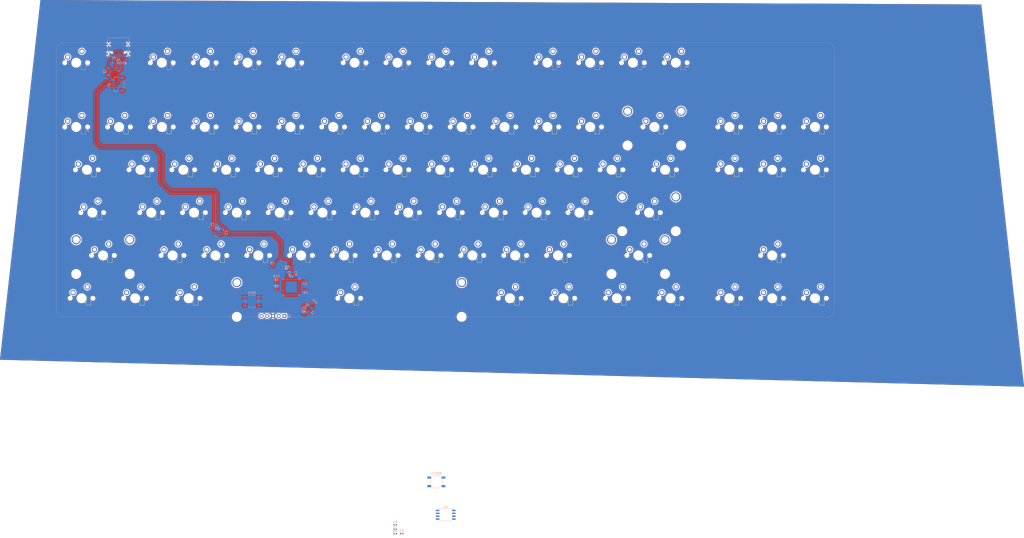
<source format=kicad_pcb>
(kicad_pcb (version 20241229) (generator "pcbnew") (generator_version "9.0")
  (layers (0 "F.Cu" signal) (2 "B.Cu" signal) (13 "F.Paste" user) (15 "B.Paste" user) (5 "F.SilkS" user "F.Silkscreen") (7 "B.SilkS" user "B.Silkscreen") (1 "F.Mask" user) (3 "B.Mask" user) (25 "Edge.Cuts" user))
  (net 0 "")
  (net 1 "GND")
  (net 2 "Net-(BOOT1-Pad2)")
  (net 3 "+5V")
  (net 4 "+3V3")
  (net 5 "+1V1")
  (net 6 "XIN")
  (net 7 "Net-(C12-Pad1)")
  (net 9 "Net-(D1-A)")
  (net 11 "Net-(D2-A)")
  (net 12 "Net-(D3-A)")
  (net 14 "Net-(D4-A)")
  (net 17 "Net-(D5-A)")
  (net 18 "Net-(D6-A)")
  (net 20 "Net-(D7-A)")
  (net 22 "Net-(D8-A)")
  (net 24 "Net-(D9-A)")
  (net 26 "Net-(D10-A)")
  (net 28 "Net-(D11-A)")
  (net 31 "Net-(D12-A)")
  (net 33 "Net-(D13-A)")
  (net 35 "Net-(D14-A)")
  (net 37 "Net-(D15-A)")
  (net 39 "Net-(D16-A)")
  (net 41 "Net-(D17-A)")
  (net 43 "Net-(D18-A)")
  (net 44 "Net-(D19-A)")
  (net 46 "Net-(D20-A)")
  (net 49 "Net-(D21-A)")
  (net 51 "Net-(D22-A)")
  (net 52 "Net-(D23-A)")
  (net 55 "Net-(D24-A)")
  (net 57 "Net-(D25-A)")
  (net 58 "Net-(D26-A)")
  (net 60 "Net-(D27-A)")
  (net 63 "Net-(D28-A)")
  (net 65 "Net-(D29-A)")
  (net 66 "Net-(D30-A)")
  (net 69 "Net-(D31-A)")
  (net 71 "Net-(D32-A)")
  (net 72 "Net-(D33-A)")
  (net 74 "Net-(D34-A)")
  (net 77 "Net-(D35-A)")
  (net 79 "Net-(D36-A)")
  (net 80 "Net-(D37-A)")
  (net 83 "Net-(D38-A)")
  (net 85 "Net-(D39-A)")
  (net 86 "Net-(D40-A)")
  (net 89 "Net-(D41-A)")
  (net 90 "Net-(D42-A)")
  (net 93 "Net-(D43-A)")
  (net 94 "Net-(D44-A)")
  (net 96 "Net-(D45-A)")
  (net 99 "Net-(D46-A)")
  (net 100 "Net-(D47-A)")
  (net 103 "Net-(D48-A)")
  (net 104 "Net-(D49-A)")
  (net 106 "Net-(D50-A)")
  (net 108 "Net-(D51-A)")
  (net 111 "Net-(D52-A)")
  (net 112 "Net-(D53-A)")
  (net 115 "Net-(D54-A)")
  (net 117 "Net-(D55-A)")
  (net 118 "Net-(D56-A)")
  (net 121 "Net-(D57-A)")
  (net 123 "Net-(D58-A)")
  (net 124 "Net-(D59-A)")
  (net 127 "Net-(D60-A)")
  (net 129 "Net-(D61-A)")
  (net 131 "Net-(D62-A)")
  (net 133 "Net-(D63-A)")
  (net 135 "Net-(D64-A)")
  (net 137 "Net-(D65-A)")
  (net 138 "Net-(D66-A)")
  (net 140 "Net-(D67-A)")
  (net 142 "Net-(D68-A)")
  (net 144 "Net-(D69-A)")
  (net 147 "Net-(D70-A)")
  (net 148 "Net-(D71-A)")
  (net 150 "Net-(D72-A)")
  (net 152 "Net-(D73-A)")
  (net 155 "Net-(D74-A)")
  (net 157 "Net-(D75-A)")
  (net 159 "Net-(D76-A)")
  (net 161 "Net-(D77-A)")
  (net 162 "Net-(D78-A)")
  (net 164 "Net-(D79-A)")
  (net 167 "Net-(D80-A)")
  (net 168 "Net-(D81-A)")
  (net 171 "Net-(D82-A)")
  (net 172 "Net-(D83-A)")
  (net 175 "Net-(D84-A)")
  (net 176 "VBUS")
  (net 178 "Net-(J1-CC1)")
  (net 179 "D-")
  (net 180 "D+")
  (net 181 "Net-(J1-CC2)")
  (net 183 "RESET")
  (net 184 "SWD")
  (net 185 "SWC")
  (net 270 "Net-(R3-Pad1)")
  (net 271 "QSEL")
  (net 272 "Net-(U3-USB_DP)")
  (net 273 "Net-(U3-USB_DM)")
  (net 274 "XOUT")
  (net 280 "Q103")
  (net 283 "QCLK")
  (net 287 "Q102")
  (net 295 "Q101")
  (net 298 "Q100")
  (footprint "PCM_marbastlib-mx:SW_MX_1u" (layer "F.Cu") (at 334.9609 111.1234)
    (property "Reference" "MX73" (hide yes))
    (property "Value" "MX_SW_solder")
  )
  (footprint "Diode_SMD:D_SOD-123" (layer "F.Cu") (at 78.57945 130.9671 90)
    (property "Reference" "D76")
    (property "Value" "D_Small")
  )
  (footprint "PCM_marbastlib-mx:SW_MX_1u" (layer "F.Cu") (at 225.4234 73.0234)
    (property "Reference" "MX41" (hide yes))
    (property "Value" "MX_SW_solder")
  )
  (footprint "PCM_marbastlib-mx:SW_MX_1u" (layer "F.Cu") (at 354.0109 130.1734)
    (property "Reference" "MX84" (hide yes))
    (property "Value" "MX_SW_solder")
  )
  (footprint "Diode_SMD:D_SOD-123" (layer "F.Cu") (at 257.1732 54.7671 90)
    (property "Reference" "D26")
    (property "Value" "D_Small")
  )
  (footprint "PCM_marbastlib-mx:SW_MX_1u" (layer "F.Cu") (at 82.5484 25.3984)
    (property "Reference" "MX3" (hide yes))
    (property "Value" "MX_SW_solder")
  )
  (footprint "PCM_marbastlib-mx:SW_MX_1u" (layer "F.Cu") (at 87.3109 111.1234)
    (property "Reference" "MX63" (hide yes))
    (property "Value" "MX_SW_solder")
  )
  (footprint "Diode_SMD:D_SOD-123" (layer "F.Cu") (at 157.1607 92.8671 90)
    (property "Reference" "D54")
    (property "Value" "D_Small")
  )
  (footprint "PCM_marbastlib-mx:SW_MX_1u" (layer "F.Cu") (at 201.6109 111.1234)
    (property "Reference" "MX69" (hide yes))
    (property "Value" "MX_SW_solder")
  )
  (footprint "Diode_SMD:D_SOD-123" (layer "F.Cu") (at 190.4982 73.8171 90)
    (property "Reference" "D39")
    (property "Value" "D_Small")
  )
  (footprint "PCM_marbastlib-mx:SW_MX_1.5u" (layer "F.Cu") (at 30.1609 73.0234)
    (property "Reference" "MX31" (hide yes))
    (property "Value" "MX_SW_solder")
  )
  (footprint "PCM_marbastlib-mx:SW_MX_1u" (layer "F.Cu") (at 120.6484 53.9734)
    (property "Reference" "MX19" (hide yes))
    (property "Value" "MX_SW_solder")
  )
  (footprint "PCM_marbastlib-mx:SW_MX_1.25u" (layer "F.Cu") (at 75.40465 130.1734)
    (property "Reference" "MX76" (hide yes))
    (property "Value" "MX_SW_solder")
  )
  (footprint "Diode_SMD:D_SOD-123" (layer "F.Cu") (at 283.36695 92.8671 90)
    (property "Reference" "D60")
    (property "Value" "D_Small")
  )
  (footprint "PCM_marbastlib-mx:SW_MX_1.25u" (layer "F.Cu") (at 27.77965 130.1734)
    (property "Reference" "MX74" (hide yes))
    (property "Value" "MX_SW_solder")
  )
  (footprint "PCM_marbastlib-mx:SW_MX_1u" (layer "F.Cu") (at 25.3984 25.3984)
    (property "Reference" "MX1" (hide yes))
    (property "Value" "MX_SW_solder")
  )
  (footprint "PCM_marbastlib-mx:SW_MX_1u" (layer "F.Cu") (at 101.5984 53.9734)
    (property "Reference" "MX18" (hide yes))
    (property "Value" "MX_SW_solder")
  )
  (footprint "PCM_marbastlib-mx:SW_MX_1.25u" (layer "F.Cu") (at 289.71715 130.1734)
    (property "Reference" "MX81" (hide yes))
    (property "Value" "MX_SW_solder")
  )
  (footprint "PCM_marbastlib-mx:SW_MX_1u" (layer "F.Cu") (at 73.0234 73.0234)
    (property "Reference" "MX33" (hide yes))
    (property "Value" "MX_SW_solder")
  )
  (footprint "PCM_marbastlib-mx:SW_MX_1u" (layer "F.Cu") (at 230.1859 92.0734)
    (property "Reference" "MX58" (hide yes))
    (property "Value" "MX_SW_solder")
  )
  (footprint "PCM_marbastlib-mx:SW_MX_1u" (layer "F.Cu") (at 44.4484 53.9734)
    (property "Reference" "MX15" (hide yes))
    (property "Value" "MX_SW_solder")
  )
  (footprint "PCM_marbastlib-mx:SW_MX_1u" (layer "F.Cu") (at 63.4984 25.3984)
    (property "Reference" "MX2" (hide yes))
    (property "Value" "MX_SW_solder")
  )
  (footprint "Diode_SMD:D_SOD-123" (layer "F.Cu") (at 61.9107 92.8671 90)
    (property "Reference" "D49")
    (property "Value" "D_Small")
  )
  (footprint "PCM_marbastlib-mx:STAB_MX_P_2u" (layer "F.Cu") (at 282.5734 53.9734)
    (property "Reference" "S3" (hide yes))
    (property "Value" "MX_stab")
  )
  (footprint "PCM_marbastlib-mx:SW_MX_1u" (layer "F.Cu") (at 25.3984 53.9734)
    (property "Reference" "MX14" (hide yes))
    (property "Value" "MX_SW_solder")
  )
  (footprint "PCM_marbastlib-mx:SW_MX_1u" (layer "F.Cu") (at 134.9359 92.0734)
    (property "Reference" "MX53" (hide yes))
    (property "Value" "MX_SW_solder")
  )
  (footprint "Diode_SMD:D_SOD-123" (layer "F.Cu") (at 150.01695 130.9671 90)
    (property "Reference" "D77")
    (property "Value" "D_Small")
  )
  (footprint "PCM_marbastlib-mx:SW_MX_1u" (layer "F.Cu") (at 220.6609 111.1234)
    (property "Reference" "MX70" (hide yes))
    (property "Value" "MX_SW_solder")
  )
  (footprint "Diode_SMD:D_SOD-123" (layer "F.Cu") (at 209.5482 73.8171 90)
    (property "Reference" "D40")
    (property "Value" "D_Small")
  )
  (footprint "Diode_SMD:D_SOD-123" (layer "F.Cu") (at 71.4357 111.9171 90)
    (property "Reference" "D62")
    (property "Value" "D_Small")
  )
  (footprint "Diode_SMD:D_SOD-123" (layer "F.Cu") (at 357.1857 73.8171 90)
    (property "Reference" "D47")
    (property "Value" "D_Small")
  )
  (footprint "PCM_marbastlib-mx:SW_MX_1u" (layer "F.Cu") (at 125.4109 111.1234)
    (property "Reference" "MX65" (hide yes))
    (property "Value" "MX_SW_solder")
  )
  (footprint "PCM_marbastlib-mx:SW_MX_1u" (layer "F.Cu") (at 168.2734 25.3984)
    (property "Reference" "MX7" (hide yes))
    (property "Value" "MX_SW_solder")
  )
  (footprint "Diode_SMD:D_SOD-123" (layer "F.Cu") (at 95.2482 73.8171 90)
    (property "Reference" "D34")
    (property "Value" "D_Small")
  )
  (footprint "PCM_marbastlib-mx:SW_MX_1u" (layer "F.Cu") (at 120.6484 25.3984)
    (property "Reference" "MX5" (hide yes))
    (property "Value" "MX_SW_solder")
  )
  (footprint "PCM_marbastlib-mx:SW_MX_1u" (layer "F.Cu") (at 215.8984 53.9734)
    (property "Reference" "MX24" (hide yes))
    (property "Value" "MX_SW_solder")
  )
  (footprint "Diode_SMD:D_SOD-123" (layer "F.Cu") (at 104.7732 54.7671 90)
    (property "Reference" "D18")
    (property "Value" "D_Small")
  )
  (footprint "PCM_marbastlib-mx:SW_MX_1u" (layer "F.Cu") (at 115.8859 92.0734)
    (property "Reference" "MX52" (hide yes))
    (property "Value" "MX_SW_solder")
  )
  (footprint "PCM_marbastlib-mx:SW_MX_1u" (layer "F.Cu") (at 211.1359 92.0734)
    (property "Reference" "MX57" (hide yes))
    (property "Value" "MX_SW_solder")
  )
  (footprint "Diode_SMD:D_SOD-123" (layer "F.Cu") (at 233.3607 92.8671 90)
    (property "Reference" "D58")
    (property "Value" "D_Small")
  )
  (footprint "PCM_marbastlib-mx:SW_MX_1u" (layer "F.Cu") (at 146.84215 130.1734)
    (property "Reference" "MX77" (hide yes))
    (property "Value" "MX_SW_solder")
  )
  (footprint "Diode_SMD:D_SOD-123" (layer "F.Cu") (at 204.7857 111.9171 90)
    (property "Reference" "D69")
    (property "Value" "D_Small")
  )
  (footprint "Diode_SMD:D_SOD-123" (layer "F.Cu") (at 195.2607 92.8671 90)
    (property "Reference" "D56")
    (property "Value" "D_Small")
  )
  (footprint "Diode_SMD:D_SOD-123" (layer "F.Cu") (at 285.7482 54.7671 90)
    (property "Reference" "D27")
    (property "Value" "D_Small")
  )
  (footprint "PCM_marbastlib-mx:SW_MX_1u" (layer "F.Cu") (at 144.4609 111.1234)
    (property "Reference" "MX66" (hide yes))
    (property "Value" "MX_SW_solder")
  )
  (footprint "Diode_SMD:D_SOD-123" (layer "F.Cu") (at 228.5982 73.8171 90)
    (property "Reference" "D41")
    (property "Value" "D_Small")
  )
  (footprint "Diode_SMD:D_SOD-123" (layer "F.Cu") (at 114.2982 73.8171 90)
    (property "Reference" "D35")
    (property "Value" "D_Small")
  )
  (footprint "PCM_marbastlib-mx:SW_MX_1u" (layer "F.Cu") (at 192.0859 92.0734)
    (property "Reference" "MX56" (hide yes))
    (property "Value" "MX_SW_solder")
  )
  (footprint "PCM_marbastlib-mx:SW_MX_1u" (layer "F.Cu") (at 82.5484 53.9734)
    (property "Reference" "MX17" (hide yes))
    (property "Value" "MX_SW_solder")
  )
  (footprint "Diode_SMD:D_SOD-123" (layer "F.Cu") (at 219.0732 54.7671 90)
    (property "Reference" "D24")
    (property "Value" "D_Small")
  )
  (footprint "Diode_SMD:D_SOD-123" (layer "F.Cu") (at 200.0232 54.7671 90)
    (property "Reference" "D23")
    (property "Value" "D_Small")
  )
  (footprint "PCM_marbastlib-mx:SW_MX_1u" (layer "F.Cu") (at 273.0484 25.3984)
    (property "Reference" "MX12" (hide yes))
    (property "Value" "MX_SW_solder")
  )
  (footprint "Diode_SMD:D_SOD-123" (layer "F.Cu") (at 176.2107 92.8671 90)
    (property "Reference" "D55")
    (property "Value" "D_Small")
  )
  (footprint "Diode_SMD:D_SOD-123" (layer "F.Cu") (at 266.6982 73.8171 90)
    (property "Reference" "D43")
    (property "Value" "D_Small")
  )
  (footprint "Diode_SMD:D_SOD-123" (layer "F.Cu") (at 319.0857 130.9671 90)
    (property "Reference" "D82")
    (property "Value" "D_Small")
  )
  (footprint "PCM_marbastlib-mx:SW_MX_1u" (layer "F.Cu") (at 334.9609 53.9734)
    (property "Reference" "MX29" (hide yes))
    (property "Value" "MX_SW_solder")
  )
  (footprint "Diode_SMD:D_SOD-123" (layer "F.Cu") (at 30.95445 130.9671 90)
    (property "Reference" "D74")
    (property "Value" "D_Small")
  )
  (footprint "PCM_marbastlib-mx:SW_MX_1u" (layer "F.Cu") (at 244.4734 73.0234)
    (property "Reference" "MX42" (hide yes))
    (property "Value" "MX_SW_solder")
  )
  (footprint "PCM_marbastlib-mx:SW_MX_1u" (layer "F.Cu") (at 275.42965 111.1234)
    (property "Reference" "MX72" (hide yes))
    (property "Value" "MX_SW_solder")
  )
  (footprint "PCM_marbastlib-mx:SW_MX_1u" (layer "F.Cu") (at 334.9609 73.0234)
    (property "Reference" "MX46" (hide yes))
    (property "Value" "MX_SW_solder")
  )
  (footprint "Diode_SMD:D_SOD-123" (layer "F.Cu") (at 76.1982 73.8171 90)
    (property "Reference" "D33")
    (property "Value" "D_Small")
  )
  (footprint "Diode_SMD:D_SOD-123" (layer "F.Cu") (at 242.8857 111.9171 90)
    (property "Reference" "D71")
    (property "Value" "D_Small")
  )
  (footprint "Diode_SMD:D_SOD-123" (layer "F.Cu") (at 252.4107 92.8671 90)
    (property "Reference" "D59")
    (property "Value" "D_Small")
  )
  (footprint "Diode_SMD:D_SOD-123" (layer "F.Cu") (at 319.0857 54.7671 90)
    (property "Reference" "D28")
    (property "Value" "D_Small")
  )
  (footprint "PCM_marbastlib-mx:STAB_MX_P_6.25u" (layer "F.Cu") (at 146.84215 130.1734)
    (property "Reference" "S1" (hide yes))
    (property "Value" "MX_stab")
  )
  (footprint "Diode_SMD:D_SOD-123" (layer "F.Cu") (at 133.3482 73.8171 90)
    (property "Reference" "D36")
    (property "Value" "D_Small")
  )
  (footprint "PCM_marbastlib-mx:SW_MX_1u" (layer "F.Cu") (at 101.5984 25.3984)
    (property "Reference" "MX4" (hide yes))
    (property "Value" "MX_SW_solder")
  )
  (footprint "PCM_marbastlib-mx:SW_MX_1u" (layer "F.Cu") (at 315.9109 53.9734)
    (property "Reference" "MX28" (hide yes))
    (property "Value" "MX_SW_solder")
  )
  (footprint "Diode_SMD:D_SOD-123" (layer "F.Cu") (at 119.0607 92.8671 90)
    (property "Reference" "D52")
    (property "Value" "D_Small")
  )
  (footprint "Diode_SMD:D_SOD-123" (layer "F.Cu") (at 357.1857 54.7671 90)
    (property "Reference" "D30")
    (property "Value" "D_Small")
  )
  (footprint "PCM_marbastlib-mx:SW_MX_1u" (layer "F.Cu") (at 106.3609 111.1234)
    (property "Reference" "MX64" (hide yes))
    (property "Value" "MX_SW_solder")
  )
  (footprint "PCM_marbastlib-mx:SW_MX_1u" (layer "F.Cu") (at 173.0359 92.0734)
    (property "Reference" "MX55" (hide yes))
    (property "Value" "MX_SW_solder")
  )
  (footprint "PCM_marbastlib-mx:SW_MX_1.75u" (layer "F.Cu") (at 32.54215 92.0734)
    (property "Reference" "MX48" (hide yes))
    (property "Value" "MX_SW_solder")
  )
  (footprint "Diode_SMD:D_SOD-123" (layer "F.Cu") (at 338.1357 130.9671 90)
    (property "Reference" "D83")
    (property "Value" "D_Small")
  )
  (footprint "Diode_SMD:D_SOD-123" (layer "F.Cu") (at 35.71695 92.8671 90)
    (property "Reference" "D48")
    (property "Value" "D_Small")
  )
  (footprint "PCM_marbastlib-mx:STAB_MX_P_2u" (layer "F.Cu") (at 280.19215 92.0734)
    (property "Reference" "S5" (hide yes))
    (property "Value" "MX_stab")
  )
  (footprint "PCM_marbastlib-mx:SW_MX_1u" (layer "F.Cu") (at 187.3234 25.3984)
    (property "Reference" "MX8" (hide yes))
    (property "Value" "MX_SW_solder")
  )
  (footprint "PCM_marbastlib-mx:SW_MX_1u" (layer "F.Cu") (at 96.8359 92.0734)
    (property "Reference" "MX51" (hide yes))
    (property "Value" "MX_SW_solder")
  )
  (footprint "PCM_marbastlib-mx:SW_MX_1u" (layer "F.Cu") (at 206.3734 73.0234)
    (property "Reference" "MX40" (hide yes))
    (property "Value" "MX_SW_solder")
  )
  (footprint "Diode_SMD:D_SOD-123" (layer "F.Cu") (at 214.3107 92.8671 90)
    (property "Reference" "D57")
    (property "Value" "D_Small")
  )
  (footprint "PCM_marbastlib-mx:SW_MX_1u" (layer "F.Cu") (at 239.7109 111.1234)
    (property "Reference" "MX71" (hide yes))
    (property "Value" "MX_SW_solder")
  )
  (footprint "PCM_marbastlib-mx:SW_MX_1u" (layer "F.Cu") (at 280.19215 92.0734)
    (property "Reference" "MX60" (hide yes))
    (property "Value" "MX_SW_solder")
  )
  (footprint "Diode_SMD:D_SOD-123" (layer "F.Cu") (at 128.5857 111.9171 90)
    (property "Reference" "D65")
    (property "Value" "D_Small")
  )
  (footprint "PCM_marbastlib-mx:SW_MX_1u" (layer "F.Cu") (at 292.0984 25.3984)
    (property "Reference" "MX13" (hide yes))
    (property "Value" "MX_SW_solder")
  )
  (footprint "PCM_marbastlib-mx:SW_MX_1u" (layer "F.Cu") (at 315.9109 73.0234)
    (property "Reference" "MX45" (hide yes))
    (property "Value" "MX_SW_solder")
  )
  (footprint "PCM_marbastlib-mx:SW_MX_1u" (layer "F.Cu") (at 111.1234 73.0234)
    (property "Reference" "MX35" (hide yes))
    (property "Value" "MX_SW_solder")
  )
  (footprint "Diode_SMD:D_SOD-123" (layer "F.Cu") (at 185.7357 111.9171 90)
    (property "Reference" "D68")
    (property "Value" "D_Small")
  )
  (footprint "PCM_marbastlib-mx:SW_MX_1.25u" (layer "F.Cu") (at 51.59215 130.1734)
    (property "Reference" "MX75" (hide yes))
    (property "Value" "MX_SW_solder")
  )
  (footprint "Diode_SMD:D_SOD-123" (layer "F.Cu") (at 100.0107 92.8671 90)
    (property "Reference" "D51")
    (property "Value" "D_Small")
  )
  (footprint "PCM_marbastlib-mx:SW_MX_1u" (layer "F.Cu") (at 354.0109 73.0234)
    (property "Reference" "MX47" (hide yes))
    (property "Value" "MX_SW_solder")
  )
  (footprint "Diode_SMD:D_SOD-123" (layer "F.Cu") (at 238.1232 54.7671 90)
    (property "Reference" "D25")
    (property "Value" "D_Small")
  )
  (footprint "Diode_SMD:D_SOD-123" (layer "F.Cu") (at 180.9732 54.7671 90)
    (property "Reference" "D22")
    (property "Value" "D_Small")
  )
  (footprint "PCM_marbastlib-mx:SW_MX_1u" (layer "F.Cu") (at 163.5109 111.1234)
    (property "Reference" "MX67" (hide yes))
    (property "Value" "MX_SW_solder")
  )
  (footprint "Diode_SMD:D_SOD-123" (layer "F.Cu") (at 54.76695 130.9671 90)
    (property "Reference" "D75")
    (property "Value" "D_Small")
  )
  (footprint "Diode_SMD:D_SOD-123" (layer "F.Cu") (at 269.07945 130.9671 90)
    (property "Reference" "D80")
    (property "Value" "D_Small")
  )
  (footprint "Diode_SMD:D_SOD-123" (layer "F.Cu") (at 123.8232 54.7671 90)
    (property "Reference" "D19")
    (property "Value" "D_Small")
  )
  (footprint "PCM_marbastlib-mx:SW_MX_1u" (layer "F.Cu") (at 68.2609 111.1234)
    (property "Reference" "MX62" (hide yes))
    (property "Value" "MX_SW_solder")
  )
  (footprint "PCM_marbastlib-mx:SW_MX_1.25u" (layer "F.Cu") (at 242.09215 130.1734)
    (property "Reference" "MX79" (hide yes))
    (property "Value" "MX_SW_solder")
  )
  (footprint "PCM_marbastlib-mx:STAB_MX_P_2u" (layer "F.Cu") (at 37.30465 111.1234)
    (property "Reference" "S2" (hide yes))
    (property "Value" "MX_stab")
  )
  (footprint "PCM_marbastlib-mx:SW_MX_1u" (layer "F.Cu") (at 206.3734 25.3984)
    (property "Reference" "MX9" (hide yes))
    (property "Value" "MX_SW_solder")
  )
  (footprint "Diode_SMD:D_SOD-123" (layer "F.Cu") (at 278.60445 111.9171 90)
    (property "Reference" "D72")
    (property "Value" "D_Small")
  )
  (footprint "PCM_marbastlib-mx:SW_MX_1u" (layer "F.Cu") (at 158.7484 53.9734)
    (property "Reference" "MX21" (hide yes))
    (property "Value" "MX_SW_solder")
  )
  (footprint "Diode_SMD:D_SOD-123" (layer "F.Cu") (at 290.5107 73.8171 90)
    (property "Reference" "D44")
    (property "Value" "D_Small")
  )
  (footprint "PCM_marbastlib-mx:SW_MX_1u" (layer "F.Cu") (at 77.7859 92.0734)
    (property "Reference" "MX50" (hide yes))
    (property "Value" "MX_SW_solder")
  )
  (footprint "Diode_SMD:D_SOD-123" (layer "F.Cu") (at 90.4857 111.9171 90)
    (property "Reference" "D63")
    (property "Value" "D_Small")
  )
  (footprint "PCM_marbastlib-mx:SW_MX_1u" (layer "F.Cu") (at 196.8484 53.9734)
    (property "Reference" "MX23" (hide yes))
    (property "Value" "MX_SW_solder")
  )
  (footprint "Diode_SMD:D_SOD-123" (layer "F.Cu") (at 33.3357 73.8171 90)
    (property "Reference" "D31")
    (property "Value" "D_Small")
  )
  (footprint "PCM_marbastlib-mx:SW_MX_1.5u" (layer "F.Cu") (at 287.3359 73.0234)
    (property "Reference" "MX44" (hide yes))
    (property "Value" "MX_SW_solder")
  )
  (footprint "Diode_SMD:D_SOD-123" (layer "F.Cu") (at 47.6232 54.7671 90)
    (property "Reference" "D15")
    (property "Value" "D_Small")
  )
  (footprint "Diode_SMD:D_SOD-123" (layer "F.Cu") (at 80.9607 92.8671 90)
    (property "Reference" "D50")
    (property "Value" "D_Small")
  )
  (footprint "PCM_marbastlib-mx:SW_MX_1u" (layer "F.Cu") (at 334.9609 130.1734)
    (property "Reference" "MX83" (hide yes))
    (property "Value" "MX_SW_solder")
  )
  (footprint "PCM_marbastlib-mx:STAB_MX_P_2u" (layer "F.Cu") (at 275.42965 111.1234)
    (property "Reference" "S4" (hide yes))
    (property "Value" "MX_stab")
  )
  (footprint "Diode_SMD:D_SOD-123" (layer "F.Cu") (at 338.1357 54.7671 90)
    (property "Reference" "D29")
    (property "Value" "D_Small")
  )
  (footprint "PCM_marbastlib-mx:SW_MX_1u" (layer "F.Cu") (at 182.5609 111.1234)
    (property "Reference" "MX68" (hide yes))
    (property "Value" "MX_SW_solder")
  )
  (footprint "PCM_marbastlib-mx:SW_MX_1u" (layer "F.Cu") (at 139.6984 53.9734)
    (property "Reference" "MX20" (hide yes))
    (property "Value" "MX_SW_solder")
  )
  (footprint "PCM_marbastlib-mx:SW_MX_1u" (layer "F.Cu") (at 168.2734 73.0234)
    (property "Reference" "MX38" (hide yes))
    (property "Value" "MX_SW_solder")
  )
  (footprint "PCM_marbastlib-mx:SW_MX_1u" (layer "F.Cu") (at 315.9109 130.1734)
    (property "Reference" "MX82" (hide yes))
    (property "Value" "MX_SW_solder")
  )
  (footprint "PCM_marbastlib-mx:SW_MX_1u" (layer "F.Cu") (at 63.4984 53.9734)
    (property "Reference" "MX16" (hide yes))
    (property "Value" "MX_SW_solder")
  )
  (footprint "Diode_SMD:D_SOD-123" (layer "F.Cu") (at 171.4482 73.8171 90)
    (property "Reference" "D38")
    (property "Value" "D_Small")
  )
  (footprint "Diode_SMD:D_SOD-123" (layer "F.Cu") (at 221.45445 130.9671 90)
    (property "Reference" "D78")
    (property "Value" "D_Small")
  )
  (footprint "Diode_SMD:D_SOD-123" (layer "F.Cu") (at 109.5357 111.9171 90)
    (property "Reference" "D64")
    (property "Value" "D_Small")
  )
  (footprint "Diode_SMD:D_SOD-123" (layer "F.Cu") (at 40.47945 111.9171 90)
    (property "Reference" "D61")
    (property "Value" "D_Small")
  )
  (footprint "PCM_marbastlib-mx:SW_MX_1u" (layer "F.Cu") (at 249.2359 92.0734)
    (property "Reference" "MX59" (hide yes))
    (property "Value" "MX_SW_solder")
  )
  (footprint "Diode_SMD:D_SOD-123" (layer "F.Cu") (at 66.6732 54.7671 90)
    (property "Reference" "D16")
    (property "Value" "D_Small")
  )
  (footprint "PCM_marbastlib-mx:SW_MX_1u" (layer "F.Cu") (at 234.9484 53.9734)
    (property "Reference" "MX25" (hide yes))
    (property "Value" "MX_SW_solder")
  )
  (footprint "PCM_marbastlib-mx:SW_MX_1u" (layer "F.Cu") (at 253.9984 53.9734)
    (property "Reference" "MX26" (hide yes))
    (property "Value" "MX_SW_solder")
  )
  (footprint "PCM_marbastlib-mx:SW_MX_1u" (layer "F.Cu") (at 58.7359 92.0734)
    (property "Reference" "MX49" (hide yes))
    (property "Value" "MX_SW_solder")
  )
  (footprint "Diode_SMD:D_SOD-123" (layer "F.Cu") (at 338.1357 73.8171 90)
    (property "Reference" "D46")
    (property "Value" "D_Small")
  )
  (footprint "PCM_marbastlib-mx:SW_MX_1u" (layer "F.Cu") (at 253.9984 25.3984)
    (property "Reference" "MX11" (hide yes))
    (property "Value" "MX_SW_solder")
  )
  (footprint "Diode_SMD:D_SOD-123" (layer "F.Cu") (at 338.1357 111.9171 90)
    (property "Reference" "D73")
    (property "Value" "D_Small")
  )
  (footprint "PCM_marbastlib-mx:SW_MX_1u" (layer "F.Cu") (at 153.9859 92.0734)
    (property "Reference" "MX54" (hide yes))
    (property "Value" "MX_SW_solder")
  )
  (footprint "Diode_SMD:D_SOD-123" (layer "F.Cu") (at 147.6357 111.9171 90)
    (property "Reference" "D66")
    (property "Value" "D_Small")
  )
  (footprint "PCM_marbastlib-mx:SW_MX_1u" (layer "F.Cu") (at 149.2234 73.0234)
    (property "Reference" "MX37" (hide yes))
    (property "Value" "MX_SW_solder")
  )
  (footprint "Diode_SMD:D_SOD-123" (layer "F.Cu") (at 357.1857 130.9671 90)
    (property "Reference" "D84")
    (property "Value" "D_Small")
  )
  (footprint "PCM_marbastlib-mx:SW_MX_1u" (layer "F.Cu") (at 263.5234 73.0234)
    (property "Reference" "MX43" (hide yes))
    (property "Value" "MX_SW_solder")
  )
  (footprint "PCM_marbastlib-mx:SW_MX_1.25u" (layer "F.Cu") (at 218.27965 130.1734)
    (property "Reference" "MX78" (hide yes))
    (property "Value" "MX_SW_solder")
  )
  (footprint "PCM_marbastlib-mx:SW_MX_1u" (layer "F.Cu") (at 354.0109 53.9734)
    (property "Reference" "MX30" (hide yes))
    (property "Value" "MX_SW_solder")
  )
  (footprint "PCM_marbastlib-mx:SW_MX_1u" (layer "F.Cu") (at 282.5734 53.9734)
    (property "Reference" "MX27" (hide yes))
    (property "Value" "MX_SW_solder")
  )
  (footprint "PCM_marbastlib-mx:SW_MX_1u" (layer "F.Cu") (at 177.7984 53.9734)
    (property "Reference" "MX22" (hide yes))
    (property "Value" "MX_SW_solder")
  )
  (footprint "Diode_SMD:D_SOD-123" (layer "F.Cu") (at 152.3982 73.8171 90)
    (property "Reference" "D37")
    (property "Value" "D_Small")
  )
  (footprint "Diode_SMD:D_SOD-123" (layer "F.Cu") (at 319.0857 73.8171 90)
    (property "Reference" "D45")
    (property "Value" "D_Small")
  )
  (footprint "Diode_SMD:D_SOD-123" (layer "F.Cu") (at 247.6482 73.8171 90)
    (property "Reference" "D42")
    (property "Value" "D_Small")
  )
  (footprint "PCM_marbastlib-mx:SW_MX_1.25u" (layer "F.Cu") (at 265.90465 130.1734)
    (property "Reference" "MX80" (hide yes))
    (property "Value" "MX_SW_solder")
  )
  (footprint "PCM_marbastlib-mx:SW_MX_1u" (layer "F.Cu") (at 187.3234 73.0234)
    (property "Reference" "MX39" (hide yes))
    (property "Value" "MX_SW_solder")
  )
  (footprint "PCM_marbastlib-mx:SW_MX_1u" (layer "F.Cu") (at 37.30465 111.1234)
    (property "Reference" "MX61" (hide yes))
    (property "Value" "MX_SW_solder")
  )
  (footprint "PCM_marbastlib-mx:SW_MX_1u" (layer "F.Cu") (at 130.1734 73.0234)
    (property "Reference" "MX36" (hide yes))
    (property "Value" "MX_SW_solder")
  )
  (footprint "Diode_SMD:D_SOD-123" (layer "F.Cu") (at 166.6857 111.9171 90)
    (property "Reference" "D67")
    (property "Value" "D_Small")
  )
  (footprint "PCM_marbastlib-mx:SW_MX_1u" (layer "F.Cu") (at 53.9734 73.0234)
    (property "Reference" "MX32" (hide yes))
    (property "Value" "MX_SW_solder")
  )
  (footprint "Diode_SMD:D_SOD-123" (layer "F.Cu") (at 245.26695 130.9671 90)
    (property "Reference" "D79")
    (property "Value" "D_Small")
  )
  (footprint "Diode_SMD:D_SOD-123" (layer "F.Cu") (at 138.1107 92.8671 90)
    (property "Reference" "D53")
    (property "Value" "D_Small")
  )
  (footprint "PCM_marbastlib-mx:SW_MX_1u" (layer "F.Cu") (at 92.0734 73.0234)
    (property "Reference" "MX34" (hide yes))
    (property "Value" "MX_SW_solder")
  )
  (footprint "PCM_marbastlib-mx:SW_MX_1u" (layer "F.Cu") (at 149.2234 25.3984)
    (property "Reference" "MX6" (hide yes))
    (property "Value" "MX_SW_solder")
  )
  (footprint "Diode_SMD:D_SOD-123" (layer "F.Cu") (at 85.7232 54.7671 90)
    (property "Reference" "D17")
    (property "Value" "D_Small")
  )
  (footprint "Diode_SMD:D_SOD-123" (layer "F.Cu") (at 142.8732 54.7671 90)
    (property "Reference" "D20")
    (property "Value" "D_Small")
  )
  (footprint "Diode_SMD:D_SOD-123" (layer "F.Cu") (at 57.1482 73.8171 90)
    (property "Reference" "D32")
    (property "Value" "D_Small")
  )
  (footprint "Diode_SMD:D_SOD-123" (layer "F.Cu") (at 292.89195 130.9671 90)
    (property "Reference" "D81")
    (property "Value" "D_Small")
  )
  (footprint "Diode_SMD:D_SOD-123" (layer "F.Cu") (at 223.8357 111.9171 90)
    (property "Reference" "D70")
    (property "Value" "D_Small")
  )
  (footprint "PCM_marbastlib-mx:SW_MX_1u" (layer "F.Cu") (at 234.9484 25.3984)
    (property "Reference" "MX10" (hide yes))
    (property "Value" "MX_SW_solder")
  )
  (footprint "Diode_SMD:D_SOD-123" (layer "F.Cu") (at 161.9232 54.7671 90)
    (property "Reference" "D21")
    (property "Value" "D_Small")
  )
  (footprint "Diode_SMD:D_SOD-123" (layer "B.Cu") (at 276.2232 26.1921 90)
    (property "Reference" "D12")
    (property "Value" "D_Small")
  )
  (footprint "Capacitor_SMD:C_0402_1005Metric" (layer "B.Cu") (at 127.5 126.5)
    (property "Reference" "C9")
    (property "Value" "100n")
  )
  (footprint "Diode_SMD:D_SOD-123" (layer "B.Cu") (at 85.7232 26.1921 90)
    (property "Reference" "D3")
    (property "Value" "D_Small")
  )
  (footprint "Resistor_SMD:R_0402_1005Metric" (layer "B.Cu") (at 47 24.5)
    (property "Reference" "R2")
    (property "Value" "5.1k")
  )
  (footprint "Diode_SMD:D_SOD-123" (layer "B.Cu") (at 104.7732 26.1921 90)
    (property "Reference" "D4")
    (property "Value" "D_Small")
  )
  (footprint "Crystal:Crystal_SMD_3225-4Pin_3.2x2.5mm" (layer "B.Cu") (at 128.8 134.7875 45)
    (property "Reference" "Y1")
    (property "Value" "Crystal_GND24")
  )
  (footprint "Capacitor_SMD:C_0603_1608Metric" (layer "B.Cu") (at 112.5 116 180)
    (property "Reference" "C5")
    (property "Value" "10u")
  )
  (footprint "Package_SO:SOIC-8_5.3x5.3mm_P1.27mm" (layer "B.Cu") (at 189.78 226.4825 180)
    (property "Reference" "U4")
    (property "Value" "W25Q128JVS")
  )
  (footprint "Fuse:Fuse_1206_3216Metric" (layer "B.Cu") (at 39.6875 29.36875 -90)
    (property "Reference" "F1")
    (property "Value" "Fuse_Small")
  )
  (footprint "Capacitor_SMD:C_0402_1005Metric" (layer "B.Cu") (at 126.7 132.9375 45)
    (property "Reference" "C12")
    (property "Value" "22P")
  )
  (footprint "Diode_SMD:D_SOD-123" (layer "B.Cu") (at 66.6732 26.1921 90)
    (property "Reference" "D2")
    (property "Value" "D_Small")
  )
  (footprint "Diode_SMD:D_SOD-123" (layer "B.Cu") (at 152.3982 26.1921 90)
    (property "Reference" "D6")
    (property "Value" "D_Small")
  )
  (footprint "Resistor_SMD:R_0402_1005Metric" (layer "B.Cu") (at 120 116.5 -90)
    (property "Reference" "R8")
    (property "Value" "27")
  )
  (footprint "Capacitor_SMD:C_0402_1005Metric" (layer "B.Cu") (at 114.5 126 180)
    (property "Reference" "C8")
    (property "Value" "100n")
  )
  (footprint "Diode_SMD:D_SOD-123" (layer "B.Cu") (at 28.5732 26.1921 90)
    (property "Reference" "D1")
    (property "Value" "D_Small")
  )
  (footprint "Connector_USB:USB_C_Receptacle_HRO_TYPE-C-31-M-12" (layer "B.Cu") (at 44.165 18.25625)
    (property "Reference" "J1")
    (property "Value" "USB_C_Receptacle_USB2.0_16P")
  )
  (footprint "Capacitor_SMD:C_0402_1005Metric" (layer "B.Cu") (at 91 101 90)
    (property "Reference" "C2")
    (property "Value" "1u")
  )
  (footprint "Diode_SMD:D_SOD-123" (layer "B.Cu") (at 123.8232 26.1921 90)
    (property "Reference" "D5")
    (property "Value" "D_Small")
  )
  (footprint "Resistor_SMD:R_0402_1005Metric" (layer "B.Cu") (at 167.28 230.9025 180)
    (property "Reference" "R4")
    (property "Value" "5.1K")
  )
  (footprint "Diode_SMD:D_SOD-123" (layer "B.Cu") (at 209.5482 26.1921 90)
    (property "Reference" "D9")
    (property "Value" "D_Small")
  )
  (footprint "Connector_JST:JST_SH_SM04B-SRSS-TB_1x04-1MP_P1.00mm_Horizontal" (layer "B.Cu") (at 44 35 -90)
    (property "Reference" "J2")
    (property "Value" "Conn_01x04")
  )
  (footprint "Resistor_SMD:R_0402_1005Metric" (layer "B.Cu") (at 167.28 234.8825 180)
    (property "Reference" "R6")
    (property "Value" "1K")
  )
  (footprint "Package_DFN_QFN:QFN-56-1EP_7x7mm_P0.4mm_EP3.2x3.2mm" (layer "B.Cu") (at 121.0625 125.2 180)
    (property "Reference" "U3")
    (property "Value" "RP2040")
  )
  (footprint "Resistor_SMD:R_0402_1005Metric" (layer "B.Cu") (at 170.19 234.8825 180)
    (property "Reference" "R3")
    (property "Value" "5.1K")
  )
  (footprint "Capacitor_SMD:C_0402_1005Metric" (layer "B.Cu") (at 114.5 121.5 180)
    (property "Reference" "C10")
    (property "Value" "1u")
  )
  (footprint "Diode_SMD:D_SOD-123" (layer "B.Cu") (at 238.1232 26.1921 90)
    (property "Reference" "D10")
    (property "Value" "D_Small")
  )
  (footprint "Capacitor_SMD:C_0402_1005Metric" (layer "B.Cu") (at 114.5 123 180)
    (property "Reference" "C6")
    (property "Value" "1u")
  )
  (footprint "Diode_SMD:D_SOD-123" (layer "B.Cu") (at 28.5732 54.7671 90)
    (property "Reference" "D14")
    (property "Value" "D_Small")
  )
  (footprint "Connector_PinHeader_2.54mm:PinHeader_1x05_P2.54mm_Vertical" (layer "B.Cu") (at 118 138 90)
    (property "Reference" "J3")
    (property "Value" "Conn_01x05")
  )
  (footprint "Diode_SMD:D_SOD-123" (layer "B.Cu") (at 257.1732 26.1921 90)
    (property "Reference" "D11")
    (property "Value" "D_Small")
  )
  (footprint "Button_Switch_SMD:SW_SPST_TL3342" (layer "B.Cu") (at 185.59 211.8325 180)
    (property "Reference" "BOOT1")
    (property "Value" "SW_Push")
  )
  (footprint "Resistor_SMD:R_0402_1005Metric" (layer "B.Cu") (at 126.7 137.4375 180)
    (property "Reference" "R9")
    (property "Value" "1K")
  )
  (footprint "Capacitor_SMD:C_0402_1005Metric" (layer "B.Cu") (at 130.7 132.4375 135)
    (property "Reference" "C11")
    (property "Value" "22P")
  )
  (footprint "Diode_SMD:D_SOD-123" (layer "B.Cu") (at 295.2732 26.1921 90)
    (property "Reference" "D13")
    (property "Value" "D_Small")
  )
  (footprint "Capacitor_SMD:C_0402_1005Metric" (layer "B.Cu") (at 122 119 90)
    (property "Reference" "C3")
    (property "Value" "1u")
  )
  (footprint "Diode_SMD:D_SOD-123" (layer "B.Cu") (at 190.4982 26.1921 90)
    (property "Reference" "D8")
    (property "Value" "D_Small")
  )
  (footprint "Capacitor_SMD:C_0402_1005Metric" (layer "B.Cu") (at 119 119 90)
    (property "Reference" "C4")
    (property "Value" "100n")
  )
  (footprint "Resistor_SMD:R_0402_1005Metric" (layer "B.Cu") (at 42 24.5 180)
    (property "Reference" "R1")
    (property "Value" "5.1k")
  )
  (footprint "Resistor_SMD:R_0402_1005Metric" (layer "B.Cu") (at 167.28 232.8925 180)
    (property "Reference" "R5")
    (property "Value" "5.1k")
  )
  (footprint "Resistor_SMD:R_0402_1005Metric" (layer "B.Cu") (at 121 116.5 -90)
    (property "Reference" "R7")
    (property "Value" "27")
  )
  (footprint "Package_TO_SOT_SMD:SOT-23-3" (layer "B.Cu") (at 87.8625 101.05 180)
    (property "Reference" "U1")
    (property "Value" "XC6206PxxxMR")
  )
  (footprint "Capacitor_SMD:C_0402_1005Metric" (layer "B.Cu") (at 86 98.5 180)
    (property "Reference" "C1")
    (property "Value" "1u")
  )
  (footprint "Diode_SMD:D_SOD-123" (layer "B.Cu") (at 171.4482 26.1921 90)
    (property "Reference" "D7")
    (property "Value" "D_Small")
  )
  (footprint "Capacitor_SMD:C_0402_1005Metric" (layer "B.Cu") (at 127 122.5)
    (property "Reference" "C7")
    (property "Value" "100n")
  )
  (footprint "Button_Switch_SMD:SW_SPST_TL3342" (layer "B.Cu") (at 103.5 131.5 180)
    (property "Reference" "RST1")
    (property "Value" "SW_Push")
  )
  (footprint "Package_TO_SOT_SMD:SOT-23-6" (layer "B.Cu") (at 44.260905 27.5 180)
    (property "Reference" "U2")
    (property "Value" "SRV05-4")
  )
  (gr_line (start 19.5 16.5) (end 359.5 16.5) (stroke (width 0.05)) (layer "Edge.Cuts"))
  (gr_arc (start 19.5 138.5) (mid 17.37868 137.62132) (end 16.5 135.5) (stroke (width 0.05)) (layer "Edge.Cuts"))
  (gr_line (start 362.5 19.5) (end 362.5 135.5) (stroke (width 0.05)) (layer "Edge.Cuts"))
  (gr_line (start 16.5 135.5) (end 16.5 19.5) (stroke (width 0.05)) (layer "Edge.Cuts"))
  (gr_arc (start 359.5 16.5) (mid 361.62132 17.37868) (end 362.5 19.5) (stroke (width 0.05)) (layer "Edge.Cuts"))
  (gr_arc (start 16.5 19.5) (mid 17.37868 17.37868) (end 19.5 16.5) (stroke (width 0.05)) (layer "Edge.Cuts"))
  (gr_line (start 359.5 138.5) (end 19.5 138.5) (stroke (width 0.05)) (layer "Edge.Cuts"))
  (gr_arc (start 362.5 135.5) (mid 361.62132 137.62132) (end 359.5 138.5) (stroke (width 0.05)) (layer "Edge.Cuts"))
  (segment (start 41.5 25.5) (end 47.5 25.5) (width 0.3) (layer "F.Cu") (net 1))
  (segment (start 48.485 24.515) (end 47.5 25.5) (width 0.3) (layer "F.Cu") (net 1))
  (segment (start 89.083364 99.583364) (end 89 99.5) (width 0.2) (layer "F.Cu") (net 1))
  (segment (start 39.845 21.38625) (end 39.845 23.845) (width 0.3) (layer "F.Cu") (net 1))
  (segment (start 90.916636 99.583364) (end 89.083364 99.583364) (width 0.2) (layer "F.Cu") (net 1))
  (segment (start 85.5 99.5) (end 89 99.5) (width 0.3) (layer "F.Cu") (net 1))
  (segment (start 84.5 98.5) (end 85.5 99.5) (width 0.3) (layer "F.Cu") (net 1))
  (segment (start 48.485 21.38625) (end 48.485 24.515) (width 0.3) (layer "F.Cu") (net 1))
  (segment (start 39.845 23.845) (end 41.5 25.5) (width 0.3) (layer "F.Cu") (net 1))
  (via (at 89 99.5) (size 0.6) (drill 0.3) (layers "F.Cu" "B.Cu") (net 1))
  (via (at 84.5 98.5) (size 0.6) (drill 0.3) (layers "F.Cu" "B.Cu") (net 1))
  (via (at 47.5 25.5) (size 0.6) (drill 0.3) (layers "F.Cu" "B.Cu") (net 1))
  (via (at 90.916636 99.583364) (size 0.6) (drill 0.3) (layers "F.Cu" "B.Cu") (net 1))
  (via (at 41.5 25.5) (size 0.6) (drill 0.3) (layers "F.Cu" "B.Cu") (net 1))
  (segment (start 46.5 27.5) (end 48 29) (width 0.3) (layer "B.Cu") (net 1))
  (segment (start 85.52 98.5) (end 84.5 98.5) (width 0.3) (layer "B.Cu") (net 1))
  (segment (start 41.49 25.49) (end 41.5 25.5) (width 0.2) (layer "B.Cu") (net 1))
  (segment (start 47.57 22.30125) (end 48.485 21.38625) (width 0.3) (layer "B.Cu") (net 1))
  (segment (start 47.5 25.5) (end 47.5 24.509999) (width 0.3) (layer "B.Cu") (net 1))
  (segment (start 48 24.5) (end 47.509999 24.5) (width 0.3) (layer "B.Cu") (net 1))
  (segment (start 91 99.666728) (end 90.916636 99.583364) (width 0.2) (layer "B.Cu") (net 1))
  (segment (start 89 100.1) (end 90.58 100.1) (width 0.3) (layer "B.Cu") (net 1))
  (segment (start 85.52 98.5) (end 85.52 101.149468) (width 0.2) (layer "B.Cu") (net 1))
  (segment (start 87.449 101.651) (end 89 100.1) (width 0.2) (layer "B.Cu") (net 1))
  (segment (start 48.485 21.38625) (end 48.485 17.20625) (width 0.3) (layer "B.Cu") (net 1))
  (segment (start 40 21.38625) (end 40.915 22.30125) (width 0.3) (layer "B.Cu") (net 1))
  (segment (start 89 99.5) (end 89 100.1) (width 0.2) (layer "B.Cu") (net 1))
  (segment (start 39.845 17.20625) (end 39.845 21.38625) (width 0.3) (layer "B.Cu") (net 1))
  (segment (start 48.5 25) (end 48 24.5) (width 0.3) (layer "B.Cu") (net 1))
  (segment (start 48.485 17.20625) (end 39.845 17.20625) (width 0.3) (layer "B.Cu") (net 1))
  (segment (start 48.5 25.5) (end 48.5 25) (width 0.3) (layer "B.Cu") (net 1))
  (segment (start 46.5 27.5) (end 48.5 25.5) (width 0.3) (layer "B.Cu") (net 1))
  (segment (start 85.52 101.149468) (end 86.021532 101.651) (width 0.2) (layer "B.Cu") (net 1))
  (segment (start 48 29) (end 48 34) (width 0.3) (layer "B.Cu") (net 1))
  (segment (start 48 34) (end 45.5 36.5) (width 0.3) (layer "B.Cu") (net 1))
  (segment (start 46.5 27.5) (end 45.398405 27.5) (width 0.3) (layer "B.Cu") (net 1))
  (segment (start 39.845 21.38625) (end 40 21.38625) (width 0.3) (layer "B.Cu") (net 1))
  (segment (start 45.5 36.5) (end 42 36.5) (width 0.3) (layer "B.Cu") (net 1))
  (segment (start 90.58 100.1) (end 91 100.52) (width 0.3) (layer "B.Cu") (net 1))
  (segment (start 41.49 24.5) (end 41.49 25.49) (width 0.3) (layer "B.Cu") (net 1))
  (segment (start 91 100.52) (end 91 99.666728) (width 0.2) (layer "B.Cu") (net 1))
  (segment (start 86.021532 101.651) (end 87.449 101.651) (width 0.2) (layer "B.Cu") (net 1))
  (segment (start 47.5 24.509999) (end 47.509999 24.5) (width 0.2) (layer "B.Cu") (net 1))
  (segment (start 47.415 22.30125) (end 47.57 22.30125) (width 0.3) (layer "B.Cu") (net 1))
  (segment (start 62.5 66.5) (end 62.5 79) (width 0.3) (layer "B.Cu") (net 3))
  (segment (start 38.5 33.5) (end 33.5 38.5) (width 0.3) (layer "B.Cu") (net 3))
  (segment (start 39.6875 30.768749) (end 39.6875 30.581437) (width 0.2) (layer "B.Cu") (net 3))
  (segment (start 86.48 98.5) (end 86.48 100.805) (width 0.3) (layer "B.Cu") (net 3))
  (segment (start 39.6875 31.1875) (end 39.6875 30.768749) (width 0.2) (layer "B.Cu") (net 3))
  (segment (start 36 63.5) (end 59.5 63.5) (width 0.3) (layer "B.Cu") (net 3))
  (segment (start 86.48 100.805) (end 86.725 101.05) (width 0.2) (layer "B.Cu") (net 3))
  (segment (start 39.6875 30.581437) (end 42.768937 27.5) (width 0.3) (layer "B.Cu") (net 3))
  (segment (start 33.5 38.5) (end 33.5 45.5) (width 0.3) (layer "B.Cu") (net 3))
  (segment (start 33.5 61) (end 36 63.5) (width 0.3) (layer "B.Cu") (net 3))
  (segment (start 86.48 83.52) (end 86.48 98.5) (width 0.3) (layer "B.Cu") (net 3))
  (segment (start 42 33.5) (end 39.6875 31.1875) (width 0.3) (layer "B.Cu") (net 3))
  (segment (start 86.5 83.5) (end 86.48 83.52) (width 0.2) (layer "B.Cu") (net 3))
  (segment (start 42 33.5) (end 38.5 33.5) (width 0.3) (layer "B.Cu") (net 3))
  (segment (start 67 83.5) (end 86.5 83.5) (width 0.3) (layer "B.Cu") (net 3))
  (segment (start 62.5 79) (end 67 83.5) (width 0.3) (layer "B.Cu") (net 3))
  (segment (start 59.5 63.5) (end 62.5 66.5) (width 0.3) (layer "B.Cu") (net 3))
  (segment (start 33.5 45.5) (end 33.5 61) (width 0.3) (layer "B.Cu") (net 3))
  (segment (start 42.768937 27.5) (end 43.123405 27.5) (width 0.2) (layer "B.Cu") (net 3))
  (segment (start 89 102) (end 90.48 102) (width 0.3) (layer "B.Cu") (net 4))
  (segment (start 116 112) (end 116 105.5) (width 0.2) (layer "B.Cu") (net 4))
  (segment (start 92.5 102) (end 91.98 101.48) (width 0.2) (layer "B.Cu") (net 4))
  (segment (start 113.275 116) (end 113.275 114.725) (width 0.2) (layer "B.Cu") (net 4))
  (segment (start 90.48 102) (end 91 101.48) (width 0.3) (layer "B.Cu") (net 4))
  (segment (start 116 105.5) (end 112.5 102) (width 0.2) (layer "B.Cu") (net 4))
  (segment (start 91.98 101.48) (end 91 101.48) (width 0.2) (layer "B.Cu") (net 4))
  (segment (start 112.5 102) (end 92.5 102) (width 0.2) (layer "B.Cu") (net 4))
  (segment (start 113.275 114.725) (end 116 112) (width 0.2) (layer "B.Cu") (net 4))
  (segment (start 119 120.5) (end 119 119.48) (width 0.2) (layer "B.Cu") (net 5))
  (segment (start 119.2625 121.7625) (end 119.2625 120.7625) (width 0.2) (layer "B.Cu") (net 5))
  (segment (start 119.2625 120.7625) (end 119 120.5) (width 0.2) (layer "B.Cu") (net 5))
  (segment (start 46.615001 21.615001) (end 46.615001 22.30125) (width 0.3) (layer "B.Cu") (net 176))
  (segment (start 39.6875 24.605543) (end 40.476474 23.816569) (width 0.3) (layer "B.Cu") (net 176))
  (segment (start 41.12468 23.816569) (end 41.714999 23.22625) (width 0.3) (layer "B.Cu") (net 176))
  (segment (start 45 20) (end 46.615001 21.615001) (width 0.3) (layer "B.Cu") (net 176))
  (segment (start 39.6875 27.968751) (end 39.6875 24.605543) (width 0.3) (layer "B.Cu") (net 176))
  (segment (start 40.476474 23.816569) (end 41.12468 23.816569) (width 0.3) (layer "B.Cu") (net 176))
  (segment (start 41.714999 21.441873) (end 43.156872 20) (width 0.3) (layer "B.Cu") (net 176))
  (segment (start 41.714999 22.30125) (end 41.714999 21.441873) (width 0.3) (layer "B.Cu") (net 176))
  (segment (start 41.714999 23.22625) (end 41.714999 22.30125) (width 0.3) (layer "B.Cu") (net 176))
  (segment (start 43.156872 20) (end 45 20) (width 0.3) (layer "B.Cu") (net 176))
  (segment (start 42.915 24.095) (end 42.915 22.301249) (width 0.2) (layer "B.Cu") (net 178))
  (segment (start 42.51 24.5) (end 42.915 24.095) (width 0.2) (layer "B.Cu") (net 178))
  (segment (start 88.275 96.093198) (end 93.406802 101.225) (width 0.2) (layer "B.Cu") (net 179))
  (segment (start 44.415 23.303617) (end 43.944927 23.77369) (width 0.2) (layer "B.Cu") (net 179))
  (segment (start 36.906802 62.725) (end 60.406802 62.725) (width 0.2) (layer "B.Cu") (net 179))
  (segment (start 42.75 34.775) (end 42.475 34.5) (width 0.2) (layer "B.Cu") (net 179))
  (segment (start 116.775 105.093198) (end 116.775 112.138535) (width 0.2) (layer "B.Cu") (net 179))
  (segment (start 38.906802 34.775) (end 34.775 38.906802) (width 0.2) (layer "B.Cu") (net 179))
  (segment (start 43.944927 23.77369) (end 43.415 23.243763) (width 0.2) (layer "B.Cu") (net 179))
  (segment (start 42.475 34.5) (end 42 34.5) (width 0.2) (layer "B.Cu") (net 179))
  (segment (start 43.123405 26.55) (end 44.035904 25.637501) (width 0.2) (layer "B.Cu") (net 179))
  (segment (start 63.775 78.593198) (end 67.406802 82.225) (width 0.2) (layer "B.Cu") (net 179))
  (segment (start 43.37401 34.775) (end 42.75 34.775) (width 0.2) (layer "B.Cu") (net 179))
  (segment (start 116.775 112.138535) (end 117.636465 113) (width 0.2) (layer "B.Cu") (net 179))
  (segment (start 34.775 38.906802) (end 34.775 60.593198) (width 0.2) (layer "B.Cu") (net 179))
  (segment (start 93.406802 101.225) (end 112.906802 101.225) (width 0.2) (layer "B.Cu") (net 179))
  (segment (start 60.406802 62.725) (end 63.775 66.093198) (width 0.2) (layer "B.Cu") (net 179))
  (segment (start 120 113) (end 120 115.990001) (width 0.2) (layer "B.Cu") (net 179))
  (segment (start 86.906802 82.225) (end 88.275 83.593198) (width 0.2) (layer "B.Cu") (net 179))
  (segment (start 63.775 66.093198) (end 63.775 78.593198) (width 0.2) (layer "B.Cu") (net 179))
  (segment (start 112.906802 101.225) (end 116.775 105.093198) (width 0.2) (layer "B.Cu") (net 179))
  (segment (start 44.035904 23.864667) (end 43.944927 23.77369) (width 0.2) (layer "B.Cu") (net 179))
  (segment (start 44.035904 25.637501) (end 44.071905 25.673502) (width 0.2) (layer "B.Cu") (net 179))
  (segment (start 40.562499 34.775) (end 38.906802 34.775) (width 0.2) (layer "B.Cu") (net 179))
  (segment (start 44.071905 29.428095) (end 44 29.5) (width 0.2) (layer "B.Cu") (net 179))
  (segment (start 44.071905 25.673502) (end 44.071905 29.428095) (width 0.2) (layer "B.Cu") (net 179))
  (segment (start 34.775 60.593198) (end 36.906802 62.725) (width 0.2) (layer "B.Cu") (net 179))
  (segment (start 117.636465 113) (end 120 113) (width 0.2) (layer "B.Cu") (net 179))
  (segment (start 40.837499 34.5) (end 40.562499 34.775) (width 0.2) (layer "B.Cu") (net 179))
  (segment (start 43.415 23.243763) (end 43.415 22.30125) (width 0.2) (layer "B.Cu") (net 179))
  (segment (start 44 34.14901) (end 43.37401 34.775) (width 0.2) (layer "B.Cu") (net 179))
  (segment (start 88.275 83.593198) (end 88.275 96.093198) (width 0.2) (layer "B.Cu") (net 179))
  (segment (start 42 34.5) (end 40.837499 34.5) (width 0.2) (layer "B.Cu") (net 179))
  (segment (start 44.035904 25.637501) (end 44.035904 23.864667) (width 0.2) (layer "B.Cu") (net 179))
  (segment (start 44 29.5) (end 44 34.14901) (width 0.2) (layer "B.Cu") (net 179))
  (segment (start 44.415 22.30125) (end 44.415 23.303617) (width 0.2) (layer "B.Cu") (net 179))
  (segment (start 67.406802 82.225) (end 86.906802 82.225) (width 0.2) (layer "B.Cu") (net 179))
  (segment (start 117.225 104.906802) (end 117.225 112) (width 0.2) (layer "B.Cu") (net 180))
  (segment (start 88.725 95.906802) (end 93.593198 100.775) (width 0.2) (layer "B.Cu") (net 180))
  (segment (start 43.915 21.32425) (end 44.416426 20.822824) (width 0.2) (layer "B.Cu") (net 180))
  (segment (start 121 115.990001) (end 121 112.5) (width 0.2) (layer "B.Cu") (net 180))
  (segment (start 44.449905 29.449905) (end 44.5 29.5) (width 0.2) (layer "B.Cu") (net 180))
  (segment (start 64.225 78.406802) (end 67.593198 81.775) (width 0.2) (layer "B.Cu") (net 180))
  (segment (start 93.593198 100.775) (end 113.093198 100.775) (width 0.2) (layer "B.Cu") (net 180))
  (segment (start 64.225 65.906802) (end 64.225 78.406802) (width 0.2) (layer "B.Cu") (net 180))
  (segment (start 44.915 23.444068) (end 44.915 22.30125) (width 0.2) (layer "B.Cu") (net 180))
  (segment (start 44.449905 25.673502) (end 44.449905 29.449905) (width 0.2) (layer "B.Cu") (net 180))
  (segment (start 117.225 112) (end 117.725 112.5) (width 0.2) (layer "B.Cu") (net 180))
  (segment (start 35.225 60.406802) (end 37.093198 62.275) (width 0.2) (layer "B.Cu") (net 180))
  (segment (start 37.093198 62.275) (end 60.593198 62.275) (width 0.2) (layer "B.Cu") (net 180))
  (segment (start 43.560406 35.225) (end 42.75 35.225) (width 0.2) (layer "B.Cu") (net 180))
  (segment (start 44.5 34.285406) (end 43.560406 35.225) (width 0.2) (layer "B.Cu") (net 180))
  (segment (start 60.593198 62.275) (end 64.225 65.906802) (width 0.2) (layer "B.Cu") (net 180))
  (segment (start 42.75 35.225) (end 42.475 35.5) (width 0.2) (layer "B.Cu") (net 180))
  (segment (start 44.416426 20.822824) (end 44.42377 20.822824) (width 0.2) (layer "B.Cu") (net 180))
  (segment (start 39.093198 35.225) (end 35.225 39.093198) (width 0.2) (layer "B.Cu") (net 180))
  (segment (start 45.398405 26.55) (end 44.485906 25.637501) (width 0.2) (layer "B.Cu") (net 180))
  (segment (start 42.475 35.5) (end 42 35.5) (width 0.2) (layer "B.Cu") (net 180))
  (segment (start 44.485906 25.637501) (end 44.485906 23.873162) (width 0.2) (layer "B.Cu") (net 180))
  (segment (start 44.915 21.314054) (end 44.915 22.30125) (width 0.2) (layer "B.Cu") (net 180))
  (segment (start 40.562499 35.225) (end 39.093198 35.225) (width 0.2) (layer "B.Cu") (net 180))
  (segment (start 87.093198 81.775) (end 88.725 83.406802) (width 0.2) (layer "B.Cu") (net 180))
  (segment (start 40.837499 35.5) (end 40.562499 35.225) (width 0.2) (layer "B.Cu") (net 180))
  (segment (start 43.915 22.30125) (end 43.915 21.32425) (width 0.2) (layer "B.Cu") (net 180))
  (segment (start 88.725 83.406802) (end 88.725 95.906802) (width 0.2) (layer "B.Cu") (net 180))
  (segment (start 44.485906 23.873162) (end 44.915 23.444068) (width 0.2) (layer "B.Cu") (net 180))
  (segment (start 44.5 29.5) (end 44.5 34.285406) (width 0.2) (layer "B.Cu") (net 180))
  (segment (start 44.42377 20.822824) (end 44.915 21.314054) (width 0.2) (layer "B.Cu") (net 180))
  (segment (start 117.725 112.5) (end 121 112.5) (width 0.2) (layer "B.Cu") (net 180))
  (segment (start 67.593198 81.775) (end 87.093198 81.775) (width 0.2) (layer "B.Cu") (net 180))
  (segment (start 35.225 39.093198) (end 35.225 60.406802) (width 0.2) (layer "B.Cu") (net 180))
  (segment (start 113.093198 100.775) (end 117.225 104.906802) (width 0.2) (layer "B.Cu") (net 180))
  (segment (start 42 35.5) (end 40.837499 35.5) (width 0.2) (layer "B.Cu") (net 180))
  (segment (start 44.485906 25.637501) (end 44.449905 25.673502) (width 0.2) (layer "B.Cu") (net 180))
  (segment (start 46.490001 24.5) (end 45.915 23.924999) (width 0.2) (layer "B.Cu") (net 181))
  (segment (start 45.915 23.924999) (end 45.915 22.30125) (width 0.2) (layer "B.Cu") (net 181))
  (zone (net 1) (net_name "GND") (layers "F.Cu" "B.Cu") (connect_pads (clearance 0.5)) (min_thickness 0.25) (fill yes (thermal_gap 0.5) (thermal_bridge_width 0.5))
    (polygon (pts (xy 9.5 -2.5) (xy 428 -0.5) (xy 447 169.5) (xy -8.5 157.5)))
  )
)
</source>
